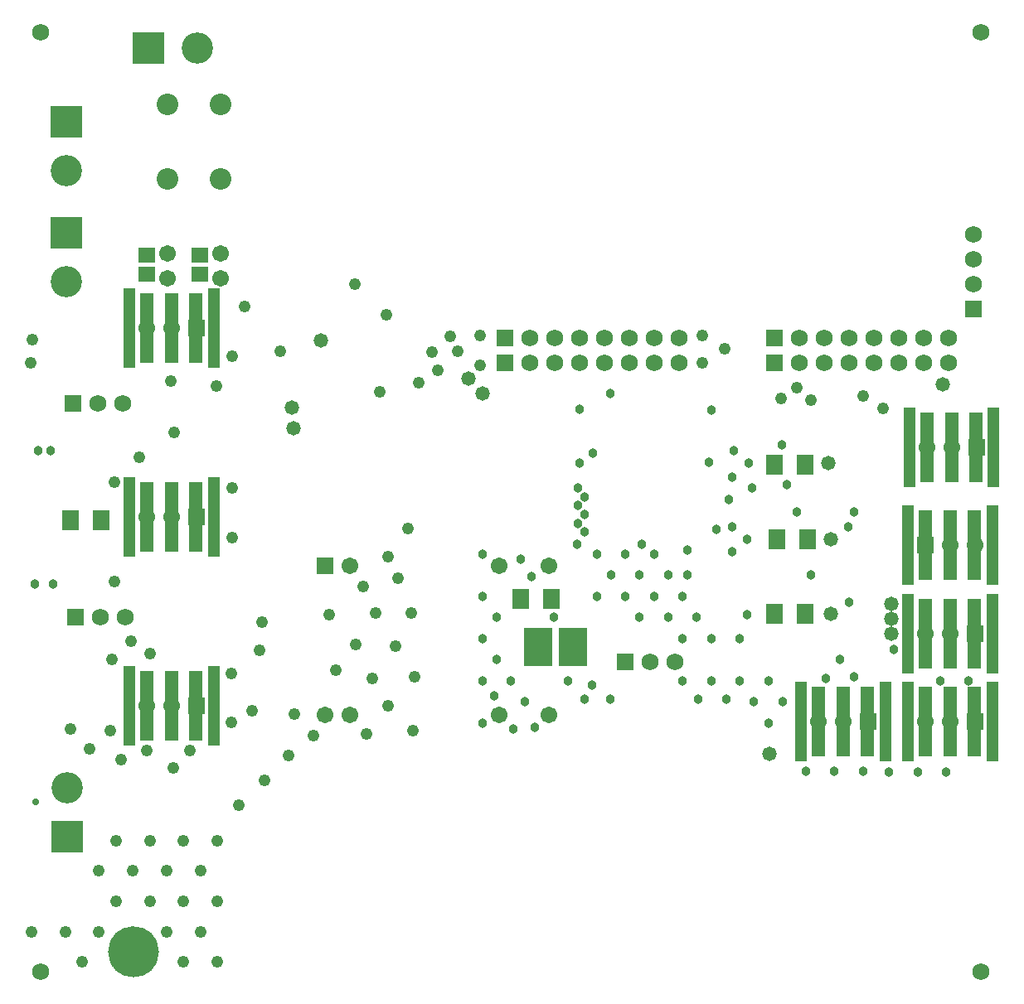
<source format=gbr>
G04 Layer_Color=8388736*
%FSLAX25Y25*%
%MOIN*%
%TF.FileFunction,Soldermask,Top*%
%TF.Part,Single*%
G01*
G75*
%TA.AperFunction,SMDPad,CuDef*%
%ADD58R,0.06706X0.08280*%
%ADD59R,0.11509X0.15643*%
%ADD60R,0.05682X0.28359*%
%ADD61R,0.05131X0.32296*%
%TA.AperFunction,ConnectorPad*%
%ADD62R,0.05682X0.28359*%
%ADD63R,0.05131X0.32296*%
%TA.AperFunction,SMDPad,CuDef*%
%ADD64R,0.06706X0.06312*%
%TA.AperFunction,ComponentPad*%
%ADD65R,0.06800X0.06800*%
%ADD66C,0.06800*%
%TA.AperFunction,WasherPad*%
%ADD67C,0.06800*%
%TA.AperFunction,ViaPad*%
%ADD68C,0.20485*%
%TA.AperFunction,ComponentPad*%
%ADD69R,0.12611X0.12611*%
%ADD70C,0.12611*%
%ADD71R,0.12611X0.12611*%
%ADD72C,0.06706*%
%ADD73R,0.06706X0.06706*%
%ADD74R,0.06800X0.06800*%
%ADD75R,0.06706X0.06706*%
%ADD76C,0.08674*%
%TA.AperFunction,ViaPad*%
%ADD77C,0.05800*%
%ADD78C,0.04800*%
%ADD79C,0.03800*%
%ADD80C,0.02800*%
D58*
X31702Y161800D02*
D03*
X19498D02*
D03*
X212702Y130300D02*
D03*
X200498D02*
D03*
X302498Y184268D02*
D03*
X314702D02*
D03*
X303498Y154300D02*
D03*
X315702D02*
D03*
X302498Y124300D02*
D03*
X314702D02*
D03*
D59*
X221568Y110800D02*
D03*
X207631D02*
D03*
D60*
X60100Y239300D02*
D03*
X69943D02*
D03*
X50258D02*
D03*
X60100Y163350D02*
D03*
X69943D02*
D03*
X50258D02*
D03*
X60100Y87400D02*
D03*
X69943D02*
D03*
X50258D02*
D03*
X330100Y80800D02*
D03*
X339943D02*
D03*
X320258D02*
D03*
D61*
X43151Y239300D02*
D03*
X77049D02*
D03*
X43151Y163350D02*
D03*
X77049D02*
D03*
X43151Y87400D02*
D03*
X77049D02*
D03*
X313151Y80800D02*
D03*
X347049D02*
D03*
D62*
X373700Y191300D02*
D03*
X383543D02*
D03*
X363858D02*
D03*
X373100Y151800D02*
D03*
X363257D02*
D03*
X382942D02*
D03*
X373100Y80800D02*
D03*
X382942D02*
D03*
X363257D02*
D03*
X373100Y116341D02*
D03*
X382942D02*
D03*
X363257D02*
D03*
D63*
X356751Y191300D02*
D03*
X390649D02*
D03*
X390048Y151800D02*
D03*
X356151D02*
D03*
X356151Y80800D02*
D03*
X390049D02*
D03*
X356151Y116341D02*
D03*
X390049D02*
D03*
D64*
X50100Y260863D02*
D03*
Y268737D02*
D03*
X71600Y260863D02*
D03*
Y268737D02*
D03*
D65*
X382600Y246900D02*
D03*
D66*
Y256900D02*
D03*
Y266900D02*
D03*
Y276900D02*
D03*
X214100Y235300D02*
D03*
X204100D02*
D03*
X264100D02*
D03*
X254100D02*
D03*
X244100D02*
D03*
X234100D02*
D03*
X224100D02*
D03*
X214100Y225300D02*
D03*
X204100D02*
D03*
X264100D02*
D03*
X254100D02*
D03*
X244100D02*
D03*
X234100D02*
D03*
X224100D02*
D03*
X322600D02*
D03*
X312600D02*
D03*
X372600D02*
D03*
X362600D02*
D03*
X352600D02*
D03*
X342600D02*
D03*
X332600D02*
D03*
X322600Y235300D02*
D03*
X312600D02*
D03*
X372600D02*
D03*
X362600D02*
D03*
X352600D02*
D03*
X342600D02*
D03*
X332600D02*
D03*
X252600Y104800D02*
D03*
X262600D02*
D03*
X31584Y123000D02*
D03*
X41584D02*
D03*
X30600Y208800D02*
D03*
X40600D02*
D03*
D67*
X7600Y358253D02*
D03*
X385553D02*
D03*
Y-19700D02*
D03*
X7600D02*
D03*
D68*
X44700Y-11600D02*
D03*
D69*
X18100Y34558D02*
D03*
X17866Y322143D02*
D03*
Y277642D02*
D03*
D70*
X18100Y54242D02*
D03*
X70655Y351800D02*
D03*
X17866Y302457D02*
D03*
Y257958D02*
D03*
D71*
X50970Y351800D02*
D03*
D72*
X50100Y239300D02*
D03*
X60100D02*
D03*
X50100Y163350D02*
D03*
X60100D02*
D03*
X50100Y87400D02*
D03*
X60100D02*
D03*
X363700Y191300D02*
D03*
X373700D02*
D03*
X383100Y151800D02*
D03*
X373100D02*
D03*
X320100Y80800D02*
D03*
X330100D02*
D03*
X363100Y80800D02*
D03*
X373100D02*
D03*
X363100Y116341D02*
D03*
X373100D02*
D03*
X211700Y143700D02*
D03*
X191700D02*
D03*
X131700D02*
D03*
X121700Y83700D02*
D03*
X211700D02*
D03*
X191700D02*
D03*
X131700D02*
D03*
X58479Y269300D02*
D03*
Y259300D02*
D03*
X79979Y269300D02*
D03*
Y259300D02*
D03*
D73*
X70100Y239300D02*
D03*
Y163350D02*
D03*
Y87400D02*
D03*
X383700Y191300D02*
D03*
X363100Y151800D02*
D03*
X340100Y80800D02*
D03*
X383100Y80800D02*
D03*
Y116341D02*
D03*
D74*
X194100Y235300D02*
D03*
Y225300D02*
D03*
X302600D02*
D03*
Y235300D02*
D03*
X242600Y104800D02*
D03*
X21584Y123000D02*
D03*
X20600Y208800D02*
D03*
D75*
X121700Y143700D02*
D03*
D76*
X58479Y329300D02*
D03*
Y299300D02*
D03*
X79979Y329300D02*
D03*
Y299300D02*
D03*
D77*
X370100Y216700D02*
D03*
X349600Y122300D02*
D03*
X109100Y198800D02*
D03*
X185100Y212800D02*
D03*
X179600Y218800D02*
D03*
X300600Y67800D02*
D03*
X325100Y124300D02*
D03*
Y154300D02*
D03*
X324100Y184800D02*
D03*
X349600Y128300D02*
D03*
Y116300D02*
D03*
X108600Y207300D02*
D03*
X120318Y234250D02*
D03*
D78*
X84600Y174800D02*
D03*
Y154800D02*
D03*
X150100Y111400D02*
D03*
X137100Y135200D02*
D03*
X51400Y108200D02*
D03*
X43800Y113400D02*
D03*
X78100Y215800D02*
D03*
X84600Y227800D02*
D03*
X103900Y230100D02*
D03*
X4100Y234500D02*
D03*
X59900Y217800D02*
D03*
X3400Y225300D02*
D03*
X61100Y197300D02*
D03*
X47100Y187300D02*
D03*
X37100Y177300D02*
D03*
Y137300D02*
D03*
X84135Y100353D02*
D03*
Y80570D02*
D03*
X67600Y69300D02*
D03*
X50100D02*
D03*
X40000Y65700D02*
D03*
X19600Y77800D02*
D03*
X92400Y85400D02*
D03*
X35600Y77300D02*
D03*
X60900Y62200D02*
D03*
X27100Y69800D02*
D03*
X87100Y47300D02*
D03*
X97400Y57400D02*
D03*
X107100Y67300D02*
D03*
X36300Y106000D02*
D03*
X95600Y109600D02*
D03*
X155200Y158700D02*
D03*
X147100Y147300D02*
D03*
X151100Y138500D02*
D03*
X142300Y124600D02*
D03*
X156400D02*
D03*
X134200Y111900D02*
D03*
X140800Y98200D02*
D03*
X147100Y87300D02*
D03*
X126100Y101600D02*
D03*
X123500Y124000D02*
D03*
X96500Y120800D02*
D03*
X157700Y99100D02*
D03*
X117300Y75400D02*
D03*
X138400Y75800D02*
D03*
X157100Y77300D02*
D03*
X133900Y257000D02*
D03*
X89500Y248100D02*
D03*
X146600Y244605D02*
D03*
X143900Y213500D02*
D03*
X164700Y229700D02*
D03*
X159500Y217400D02*
D03*
X175100Y229800D02*
D03*
X184100Y236300D02*
D03*
X172300Y236000D02*
D03*
X167300Y222200D02*
D03*
X184100Y224300D02*
D03*
X282600Y230800D02*
D03*
X273600Y236300D02*
D03*
Y225300D02*
D03*
X317100Y210300D02*
D03*
X311600Y215300D02*
D03*
X305100Y210800D02*
D03*
X346100Y206800D02*
D03*
X338100Y211800D02*
D03*
X109500Y84000D02*
D03*
X78600Y33000D02*
D03*
X65000D02*
D03*
X58200Y20800D02*
D03*
X71800D02*
D03*
X44600D02*
D03*
X51400Y33000D02*
D03*
Y8600D02*
D03*
X78600D02*
D03*
X65000D02*
D03*
X44600Y-3600D02*
D03*
X71800D02*
D03*
X58200D02*
D03*
X51400Y-15800D02*
D03*
X78600D02*
D03*
X65000D02*
D03*
X37800Y8600D02*
D03*
Y33000D02*
D03*
Y-15800D02*
D03*
X31000Y20800D02*
D03*
Y-3600D02*
D03*
X17400D02*
D03*
X3800D02*
D03*
X24200Y-15800D02*
D03*
D79*
X371624Y60705D02*
D03*
X315100Y60800D02*
D03*
X326600D02*
D03*
X338100D02*
D03*
X305600Y192339D02*
D03*
X197575Y77945D02*
D03*
X185100Y80300D02*
D03*
X206298Y78498D02*
D03*
X288600Y97300D02*
D03*
X277100D02*
D03*
X265600D02*
D03*
X283350Y89800D02*
D03*
X271850D02*
D03*
X229298Y95498D02*
D03*
X185100Y97300D02*
D03*
X189874Y91155D02*
D03*
X190850Y105800D02*
D03*
X196600Y97300D02*
D03*
X202350Y88800D02*
D03*
X226350Y89800D02*
D03*
X236500D02*
D03*
X219600Y97300D02*
D03*
X323100Y98300D02*
D03*
X305850Y88800D02*
D03*
X300100Y97300D02*
D03*
X294350Y88800D02*
D03*
X334600Y98800D02*
D03*
X328850Y105800D02*
D03*
X350600Y109800D02*
D03*
X369100Y97300D02*
D03*
X380600D02*
D03*
X360124Y60705D02*
D03*
X348624D02*
D03*
X300100Y80300D02*
D03*
X317350Y139800D02*
D03*
X334600Y165300D02*
D03*
X311600D02*
D03*
X307419Y176198D02*
D03*
X229600Y188800D02*
D03*
X279100Y158300D02*
D03*
X259850Y139800D02*
D03*
X265600Y131300D02*
D03*
X271350Y122800D02*
D03*
X254100Y148300D02*
D03*
X242600D02*
D03*
X231100D02*
D03*
X248350Y139800D02*
D03*
X236850D02*
D03*
X254100Y131300D02*
D03*
X242600D02*
D03*
X231100D02*
D03*
X185100D02*
D03*
Y114300D02*
D03*
X190850Y122800D02*
D03*
X213850D02*
D03*
X248350D02*
D03*
X288600Y114300D02*
D03*
X277100D02*
D03*
X259850Y122800D02*
D03*
X265600Y114300D02*
D03*
X204800Y139300D02*
D03*
X185100Y148300D02*
D03*
X200600Y146300D02*
D03*
X277100Y206300D02*
D03*
X224100Y206453D02*
D03*
X236600Y212800D02*
D03*
X223100Y152300D02*
D03*
X249100D02*
D03*
X276100Y185300D02*
D03*
X224100Y184800D02*
D03*
X292100D02*
D03*
X291600Y154300D02*
D03*
Y123800D02*
D03*
X267600Y139800D02*
D03*
Y149800D02*
D03*
X285600Y149300D02*
D03*
Y159300D02*
D03*
X286100Y189800D02*
D03*
X285600Y179300D02*
D03*
X284100Y170264D02*
D03*
X293600Y174800D02*
D03*
X226100Y157122D02*
D03*
X223600Y160658D02*
D03*
X226100Y164300D02*
D03*
Y171300D02*
D03*
X223600Y167800D02*
D03*
Y174800D02*
D03*
X332600Y128800D02*
D03*
X332100Y159300D02*
D03*
X6600Y189800D02*
D03*
X11600D02*
D03*
X5100Y136300D02*
D03*
X12600D02*
D03*
D80*
X5600Y48700D02*
D03*
%TF.MD5,0583fb6c194e81f35a4da66c739ae7a8*%
M02*

</source>
